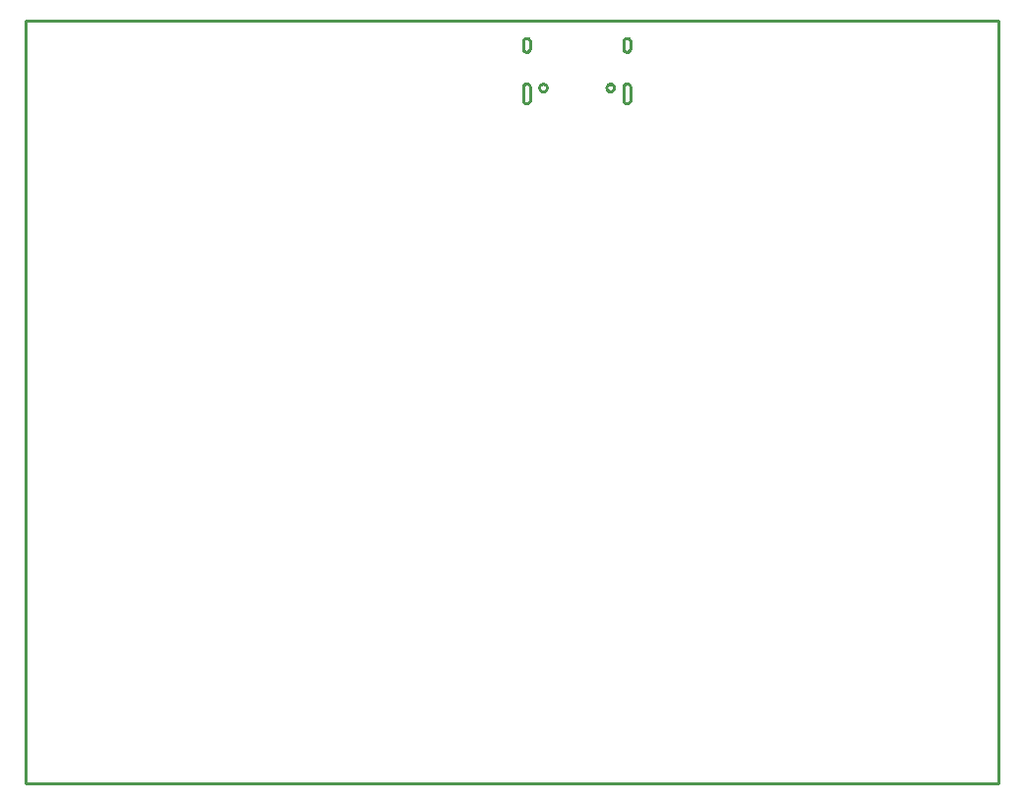
<source format=gbr>
G04 EAGLE Gerber RS-274X export*
G75*
%MOMM*%
%FSLAX34Y34*%
%LPD*%
%IN*%
%IPPOS*%
%AMOC8*
5,1,8,0,0,1.08239X$1,22.5*%
G01*
%ADD10C,0.254000*%


D10*
X72000Y370000D02*
X909000Y370000D01*
X909000Y1027000D01*
X72000Y1027000D01*
X72000Y370000D01*
X586200Y958800D02*
X586211Y958539D01*
X586246Y958279D01*
X586302Y958024D01*
X586381Y957774D01*
X586481Y957532D01*
X586602Y957300D01*
X586743Y957079D01*
X586902Y956872D01*
X587079Y956679D01*
X587272Y956502D01*
X587479Y956343D01*
X587700Y956202D01*
X587932Y956081D01*
X588174Y955981D01*
X588424Y955902D01*
X588679Y955846D01*
X588939Y955811D01*
X589200Y955800D01*
X589461Y955811D01*
X589721Y955846D01*
X589976Y955902D01*
X590226Y955981D01*
X590468Y956081D01*
X590700Y956202D01*
X590921Y956343D01*
X591128Y956502D01*
X591321Y956679D01*
X591498Y956872D01*
X591657Y957079D01*
X591798Y957300D01*
X591919Y957532D01*
X592019Y957774D01*
X592098Y958024D01*
X592154Y958279D01*
X592189Y958539D01*
X592200Y958800D01*
X592200Y969800D01*
X592189Y970061D01*
X592154Y970321D01*
X592098Y970576D01*
X592019Y970826D01*
X591919Y971068D01*
X591798Y971300D01*
X591657Y971521D01*
X591498Y971728D01*
X591321Y971921D01*
X591128Y972098D01*
X590921Y972257D01*
X590700Y972398D01*
X590468Y972519D01*
X590226Y972619D01*
X589976Y972698D01*
X589721Y972754D01*
X589461Y972789D01*
X589200Y972800D01*
X588939Y972789D01*
X588679Y972754D01*
X588424Y972698D01*
X588174Y972619D01*
X587932Y972519D01*
X587700Y972398D01*
X587479Y972257D01*
X587272Y972098D01*
X587079Y971921D01*
X586902Y971728D01*
X586743Y971521D01*
X586602Y971300D01*
X586481Y971068D01*
X586381Y970826D01*
X586302Y970576D01*
X586246Y970321D01*
X586211Y970061D01*
X586200Y969800D01*
X586200Y958800D01*
X499800Y958800D02*
X499811Y958539D01*
X499846Y958279D01*
X499902Y958024D01*
X499981Y957774D01*
X500081Y957532D01*
X500202Y957300D01*
X500343Y957079D01*
X500502Y956872D01*
X500679Y956679D01*
X500872Y956502D01*
X501079Y956343D01*
X501300Y956202D01*
X501532Y956081D01*
X501774Y955981D01*
X502024Y955902D01*
X502279Y955846D01*
X502539Y955811D01*
X502800Y955800D01*
X503061Y955811D01*
X503321Y955846D01*
X503576Y955902D01*
X503826Y955981D01*
X504068Y956081D01*
X504300Y956202D01*
X504521Y956343D01*
X504728Y956502D01*
X504921Y956679D01*
X505098Y956872D01*
X505257Y957079D01*
X505398Y957300D01*
X505519Y957532D01*
X505619Y957774D01*
X505698Y958024D01*
X505754Y958279D01*
X505789Y958539D01*
X505800Y958800D01*
X505800Y969800D01*
X505789Y970061D01*
X505754Y970321D01*
X505698Y970576D01*
X505619Y970826D01*
X505519Y971068D01*
X505398Y971300D01*
X505257Y971521D01*
X505098Y971728D01*
X504921Y971921D01*
X504728Y972098D01*
X504521Y972257D01*
X504300Y972398D01*
X504068Y972519D01*
X503826Y972619D01*
X503576Y972698D01*
X503321Y972754D01*
X503061Y972789D01*
X502800Y972800D01*
X502539Y972789D01*
X502279Y972754D01*
X502024Y972698D01*
X501774Y972619D01*
X501532Y972519D01*
X501300Y972398D01*
X501079Y972257D01*
X500872Y972098D01*
X500679Y971921D01*
X500502Y971728D01*
X500343Y971521D01*
X500202Y971300D01*
X500081Y971068D01*
X499981Y970826D01*
X499902Y970576D01*
X499846Y970321D01*
X499811Y970061D01*
X499800Y969800D01*
X499800Y958800D01*
X499800Y1003100D02*
X499811Y1002839D01*
X499846Y1002579D01*
X499902Y1002324D01*
X499981Y1002074D01*
X500081Y1001832D01*
X500202Y1001600D01*
X500343Y1001379D01*
X500502Y1001172D01*
X500679Y1000979D01*
X500872Y1000802D01*
X501079Y1000643D01*
X501300Y1000502D01*
X501532Y1000381D01*
X501774Y1000281D01*
X502024Y1000202D01*
X502279Y1000146D01*
X502539Y1000111D01*
X502800Y1000100D01*
X503061Y1000111D01*
X503321Y1000146D01*
X503576Y1000202D01*
X503826Y1000281D01*
X504068Y1000381D01*
X504300Y1000502D01*
X504521Y1000643D01*
X504728Y1000802D01*
X504921Y1000979D01*
X505098Y1001172D01*
X505257Y1001379D01*
X505398Y1001600D01*
X505519Y1001832D01*
X505619Y1002074D01*
X505698Y1002324D01*
X505754Y1002579D01*
X505789Y1002839D01*
X505800Y1003100D01*
X505800Y1009100D01*
X505789Y1009361D01*
X505754Y1009621D01*
X505698Y1009876D01*
X505619Y1010126D01*
X505519Y1010368D01*
X505398Y1010600D01*
X505257Y1010821D01*
X505098Y1011028D01*
X504921Y1011221D01*
X504728Y1011398D01*
X504521Y1011557D01*
X504300Y1011698D01*
X504068Y1011819D01*
X503826Y1011919D01*
X503576Y1011998D01*
X503321Y1012054D01*
X503061Y1012089D01*
X502800Y1012100D01*
X502539Y1012089D01*
X502279Y1012054D01*
X502024Y1011998D01*
X501774Y1011919D01*
X501532Y1011819D01*
X501300Y1011698D01*
X501079Y1011557D01*
X500872Y1011398D01*
X500679Y1011221D01*
X500502Y1011028D01*
X500343Y1010821D01*
X500202Y1010600D01*
X500081Y1010368D01*
X499981Y1010126D01*
X499902Y1009876D01*
X499846Y1009621D01*
X499811Y1009361D01*
X499800Y1009100D01*
X499800Y1003100D01*
X586200Y1003100D02*
X586211Y1002839D01*
X586246Y1002579D01*
X586302Y1002324D01*
X586381Y1002074D01*
X586481Y1001832D01*
X586602Y1001600D01*
X586743Y1001379D01*
X586902Y1001172D01*
X587079Y1000979D01*
X587272Y1000802D01*
X587479Y1000643D01*
X587700Y1000502D01*
X587932Y1000381D01*
X588174Y1000281D01*
X588424Y1000202D01*
X588679Y1000146D01*
X588939Y1000111D01*
X589200Y1000100D01*
X589461Y1000111D01*
X589721Y1000146D01*
X589976Y1000202D01*
X590226Y1000281D01*
X590468Y1000381D01*
X590700Y1000502D01*
X590921Y1000643D01*
X591128Y1000802D01*
X591321Y1000979D01*
X591498Y1001172D01*
X591657Y1001379D01*
X591798Y1001600D01*
X591919Y1001832D01*
X592019Y1002074D01*
X592098Y1002324D01*
X592154Y1002579D01*
X592189Y1002839D01*
X592200Y1003100D01*
X592200Y1009100D01*
X592189Y1009361D01*
X592154Y1009621D01*
X592098Y1009876D01*
X592019Y1010126D01*
X591919Y1010368D01*
X591798Y1010600D01*
X591657Y1010821D01*
X591498Y1011028D01*
X591321Y1011221D01*
X591128Y1011398D01*
X590921Y1011557D01*
X590700Y1011698D01*
X590468Y1011819D01*
X590226Y1011919D01*
X589976Y1011998D01*
X589721Y1012054D01*
X589461Y1012089D01*
X589200Y1012100D01*
X588939Y1012089D01*
X588679Y1012054D01*
X588424Y1011998D01*
X588174Y1011919D01*
X587932Y1011819D01*
X587700Y1011698D01*
X587479Y1011557D01*
X587272Y1011398D01*
X587079Y1011221D01*
X586902Y1011028D01*
X586743Y1010821D01*
X586602Y1010600D01*
X586481Y1010368D01*
X586381Y1010126D01*
X586302Y1009876D01*
X586246Y1009621D01*
X586211Y1009361D01*
X586200Y1009100D01*
X586200Y1003100D01*
X513850Y969513D02*
X513906Y969935D01*
X514016Y970347D01*
X514179Y970741D01*
X514392Y971109D01*
X514651Y971447D01*
X514953Y971749D01*
X515291Y972008D01*
X515659Y972221D01*
X516053Y972384D01*
X516465Y972494D01*
X516887Y972550D01*
X517313Y972550D01*
X517735Y972494D01*
X518147Y972384D01*
X518541Y972221D01*
X518909Y972008D01*
X519247Y971749D01*
X519549Y971447D01*
X519808Y971109D01*
X520021Y970741D01*
X520184Y970347D01*
X520294Y969935D01*
X520350Y969513D01*
X520350Y969087D01*
X520294Y968665D01*
X520184Y968253D01*
X520021Y967859D01*
X519808Y967491D01*
X519549Y967153D01*
X519247Y966851D01*
X518909Y966592D01*
X518541Y966379D01*
X518147Y966216D01*
X517735Y966106D01*
X517313Y966050D01*
X516887Y966050D01*
X516465Y966106D01*
X516053Y966216D01*
X515659Y966379D01*
X515291Y966592D01*
X514953Y966851D01*
X514651Y967153D01*
X514392Y967491D01*
X514179Y967859D01*
X514016Y968253D01*
X513906Y968665D01*
X513850Y969087D01*
X513850Y969513D01*
X571650Y969513D02*
X571706Y969935D01*
X571816Y970347D01*
X571979Y970741D01*
X572192Y971109D01*
X572451Y971447D01*
X572753Y971749D01*
X573091Y972008D01*
X573459Y972221D01*
X573853Y972384D01*
X574265Y972494D01*
X574687Y972550D01*
X575113Y972550D01*
X575535Y972494D01*
X575947Y972384D01*
X576341Y972221D01*
X576709Y972008D01*
X577047Y971749D01*
X577349Y971447D01*
X577608Y971109D01*
X577821Y970741D01*
X577984Y970347D01*
X578094Y969935D01*
X578150Y969513D01*
X578150Y969087D01*
X578094Y968665D01*
X577984Y968253D01*
X577821Y967859D01*
X577608Y967491D01*
X577349Y967153D01*
X577047Y966851D01*
X576709Y966592D01*
X576341Y966379D01*
X575947Y966216D01*
X575535Y966106D01*
X575113Y966050D01*
X574687Y966050D01*
X574265Y966106D01*
X573853Y966216D01*
X573459Y966379D01*
X573091Y966592D01*
X572753Y966851D01*
X572451Y967153D01*
X572192Y967491D01*
X571979Y967859D01*
X571816Y968253D01*
X571706Y968665D01*
X571650Y969087D01*
X571650Y969513D01*
M02*

</source>
